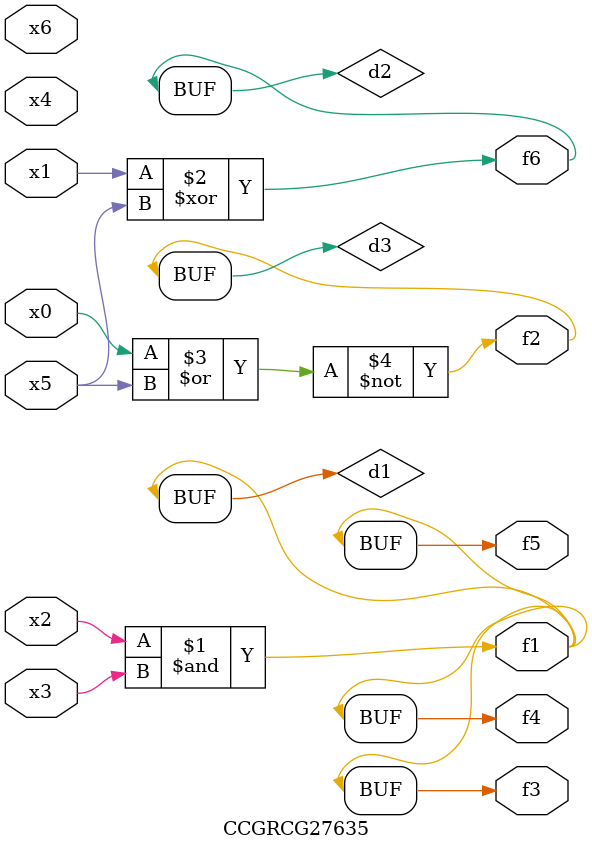
<source format=v>
module CCGRCG27635(
	input x0, x1, x2, x3, x4, x5, x6,
	output f1, f2, f3, f4, f5, f6
);

	wire d1, d2, d3;

	and (d1, x2, x3);
	xor (d2, x1, x5);
	nor (d3, x0, x5);
	assign f1 = d1;
	assign f2 = d3;
	assign f3 = d1;
	assign f4 = d1;
	assign f5 = d1;
	assign f6 = d2;
endmodule

</source>
